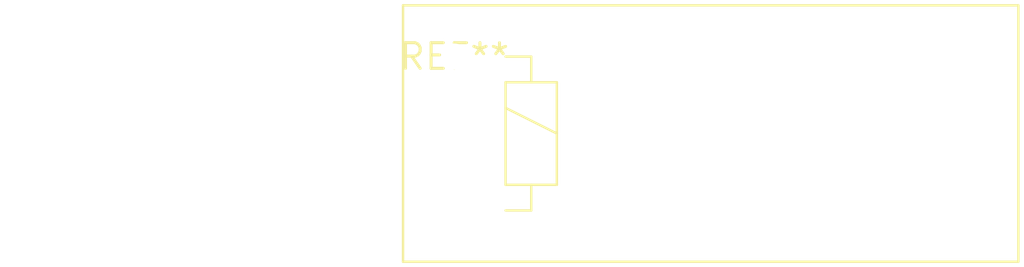
<source format=kicad_pcb>
(kicad_pcb (version 20240108) (generator pcbnew)
  (layers (0 "F.Cu" signal) (31 "B.Cu" signal) (34 "B.Paste" user) (35 "F.Paste" user) (36 "B.SilkS" user "B.Silkscreen") (37 "F.SilkS" user "F.Silkscreen") (38 "B.Mask" user) (39 "F.Mask" user) (44 "Edge.Cuts" user))
  (net 0 "")
  (footprint "Relay_SPDT_Schrack-RP-II-1-FormC_RM5mm" (layer "F.Cu") (at 0 0)
    (property "Reference" "REF**")
    (property "Value" "Relay_SPDT_Schrack-RP-II-1-FormC_RM5mm")
    (fp_line (start -2.54 -2.54) (end 27.94 -2.54) (layer "F.SilkS") (stroke (width 0.12)))
    (fp_line (start -2.54 10.16) (end -2.54 -2.54) (layer "F.SilkS") (stroke (width 0.12)))
    (fp_line (start 2.54 0) (end 3.81 0) (layer "F.SilkS") (stroke (width 0.12)))
    (fp_line (start 2.54 1.27) (end 3.81 1.27) (layer "F.SilkS") (stroke (width 0.12)))
    (fp_line (start 2.54 2.54) (end 5.08 3.81) (layer "F.SilkS") (stroke (width 0.12)))
    (fp_line (start 2.54 6.35) (end 2.54 1.27) (layer "F.SilkS") (stroke (width 0.12)))
    (fp_line (start 3.81 0) (end 3.81 1.27) (layer "F.SilkS") (stroke (width 0.12)))
    (fp_line (start 3.81 1.27) (end 5.08 1.27) (layer "F.SilkS") (stroke (width 0.12)))
    (fp_line (start 3.81 6.35) (end 3.81 7.62) (layer "F.SilkS") (stroke (width 0.12)))
    (fp_line (start 3.81 7.62) (end 2.54 7.62) (layer "F.SilkS") (stroke (width 0.12)))
    (fp_line (start 5.08 1.27) (end 5.08 6.35) (layer "F.SilkS") (stroke (width 0.12)))
    (fp_line (start 5.08 6.35) (end 2.54 6.35) (layer "F.SilkS") (stroke (width 0.12)))
    (fp_line (start 27.94 -2.54) (end 27.94 10.16) (layer "F.SilkS") (stroke (width 0.12)))
    (fp_line (start 27.94 10.16) (end -2.54 10.16) (layer "F.SilkS") (stroke (width 0.12)))
    (pad "11" thru_hole circle (at 20.32 0) (size 3 3) (drill 1.3) (layers *.Cu *.Mask) (remove_unused_layers))
    (pad "12" thru_hole circle (at 15.32 7.62) (size 3 3) (drill 1.3) (layers *.Cu *.Mask) (remove_unused_layers))
    (pad "14" thru_hole circle (at 25.32 7.62) (size 3 3) (drill 1.3) (layers *.Cu *.Mask) (remove_unused_layers))
    (pad "A1" thru_hole circle (at 0 0) (size 3 3) (drill 1.3) (layers *.Cu *.Mask) (remove_unused_layers))
    (pad "A2" thru_hole circle (at 0 7.62) (size 3 3) (drill 1.3) (layers *.Cu *.Mask) (remove_unused_layers))
  )
)
</source>
